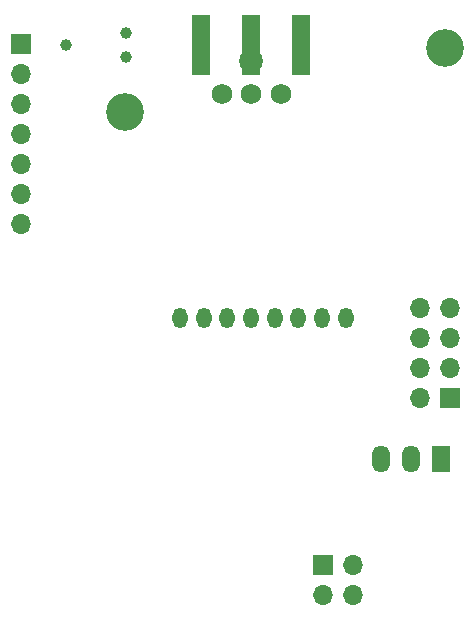
<source format=gbs>
G04 #@! TF.GenerationSoftware,KiCad,Pcbnew,(6.0.1-0)*
G04 #@! TF.CreationDate,2022-06-28T13:25:53+02:00*
G04 #@! TF.ProjectId,ithowifi_4l,6974686f-7769-4666-995f-346c2e6b6963,rev?*
G04 #@! TF.SameCoordinates,Original*
G04 #@! TF.FileFunction,Soldermask,Bot*
G04 #@! TF.FilePolarity,Negative*
%FSLAX46Y46*%
G04 Gerber Fmt 4.6, Leading zero omitted, Abs format (unit mm)*
G04 Created by KiCad (PCBNEW (6.0.1-0)) date 2022-06-28 13:25:53*
%MOMM*%
%LPD*%
G01*
G04 APERTURE LIST*
%ADD10R,1.500000X2.300000*%
%ADD11O,1.500000X2.300000*%
%ADD12R,1.700000X1.700000*%
%ADD13O,1.700000X1.700000*%
%ADD14C,3.200000*%
%ADD15C,0.990600*%
%ADD16C,2.000000*%
%ADD17R,1.500000X5.080000*%
%ADD18O,1.300000X1.750000*%
%ADD19C,1.750000*%
G04 APERTURE END LIST*
D10*
X121259600Y-142951200D03*
D11*
X118719600Y-142951200D03*
X116179600Y-142951200D03*
D12*
X85725000Y-107797600D03*
D13*
X85725000Y-110337600D03*
X85725000Y-112877600D03*
X85725000Y-115417600D03*
X85725000Y-117957600D03*
X85725000Y-120497600D03*
X85725000Y-123037600D03*
D14*
X94488000Y-113538000D03*
D12*
X111292000Y-151928000D03*
D13*
X113832000Y-151928000D03*
X111292000Y-154468000D03*
X113832000Y-154468000D03*
D15*
X94576000Y-106885400D03*
X89496000Y-107901400D03*
X94576000Y-108917400D03*
D16*
X105182180Y-109251460D03*
D14*
X121630000Y-108120000D03*
D12*
X122047000Y-137795000D03*
D13*
X119507000Y-137795000D03*
X122047000Y-135255000D03*
X119507000Y-135255000D03*
X122047000Y-132715000D03*
X119507000Y-132715000D03*
X122047000Y-130175000D03*
X119507000Y-130175000D03*
D17*
X105181400Y-107848400D03*
X100931400Y-107848400D03*
X109431400Y-107848400D03*
D18*
X113172000Y-131039000D03*
X111172000Y-131039000D03*
X109172000Y-131039000D03*
X107172000Y-131039000D03*
X105172000Y-131039000D03*
X103172000Y-131039000D03*
X101172000Y-131039000D03*
X99172000Y-131039000D03*
D19*
X102672000Y-112039000D03*
X105172000Y-112039000D03*
X107672000Y-112039000D03*
M02*

</source>
